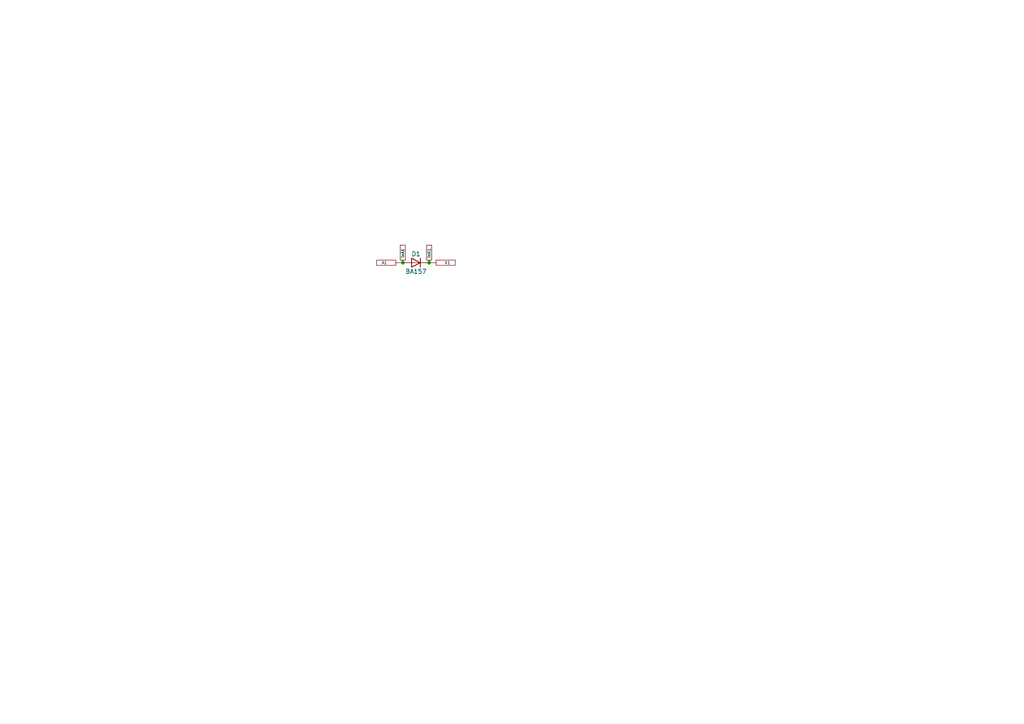
<source format=kicad_sch>
(kicad_sch (version 20230121) (generator eeschema)
  (paper "A4")
  (lib_symbols
    (symbol "Diode:BA157" (pin_numbers hide) (pin_names hide)
      (property "Reference" "D" (at 0 2.54 0))
      (property "Value" "BA157" (at 0 -2.54 0))
      (symbol "BA157_0_1"
        (polyline (pts (xy -1.27 1.27) (xy -1.27 -1.27)) (stroke (width 0.254)))
        (polyline (pts (xy 1.27 0) (xy -1.27 0)))
        (polyline (pts (xy 1.27 1.27) (xy 1.27 -1.27) (xy -1.27 0) (xy 1.27 1.27)) (stroke (width 0.254)))
      )
      (symbol "BA157_1_1"
        (pin passive line (at -3.81 0 0) (length 2.54) (name "K") (number "1"))
        (pin passive line (at 3.81 0 180) (length 2.54) (name "A") (number "2"))
      )
    )
    (symbol "Tests:InPin" (pin_numbers hide) (pin_names hide)
      (property "Reference" "InPin" (at 2.794 0 0))
      (symbol "InPin_0_1"
        (rectangle (start 0.762 0.762) (end 5.08 -0.762))
      )
      (symbol "InPin_1_1"
        (pin input line (at 0 0 0) (length 0.75) (name "In") (number "1"))
      )
    )
    (symbol "Tests:OutPin" (pin_numbers hide) (pin_names hide)
      (property "Reference" "OutPin" (at -4.064 0 0))
      (symbol "OutPin_0_1"
        (rectangle (start -6.35 0.762) (end -0.762 -0.762))
      )
      (symbol "OutPin_1_1"
        (pin output line (at 0 0 180) (length 0.75) (name "Out") (number "1"))
      )
    )
  )
  (junction (at 124.46 76.2))
  (junction (at 116.84 76.2))
  (wire (pts (xy 125.73 76.2) (xy 124.46 76.2)))
  (wire (pts (xy 115.57 76.2) (xy 116.84 76.2)))
  (symbol (lib_id "Tests:OutPin") (at 125.73 76.2 0) (mirror y) (unit 1)
    (property "Reference" "K1" (at 129.794 76.2 0) (effects (font (size 0.8 0.8))))
    (property "Value" "OutPin" (effects hide))
  )
  (symbol (lib_id "Diode:BA157") (at 120.65 76.2 0) (mirror y) (unit 1)
    (property "Reference" "D1" (at 120.65 73.66 0))
    (property "Value" "BA157" (at 120.65 78.74 0))
    (property "Footprint" "Diode_THT:D_DO-41_SOD81_P10.16mm_Horizontal" (effects hide))
    (property "Datasheet" "https://www.vishay.com/docs/88536/ba157.pdf" (effects hide))
    (property "Sim.Device" "D" (effects hide))
    (property "Sim.Pins" "1=K 2=A" (effects hide))
  )
  (symbol (lib_id "Tests:InPin") (at 116.84 76.2 90) (unit 1)
    (property "Reference" "inA1" (at 116.84 73.406 0) (effects (font (size 0.8 0.8))))
    (property "Value" "InPin" (effects hide))
  )
  (symbol (lib_id "Tests:OutPin") (at 115.57 76.2 0) (unit 1)
    (property "Reference" "A1" (at 111.506 76.2 0) (effects (font (size 0.8 0.8))))
    (property "Value" "OutPin" (effects hide))
  )
  (symbol (lib_id "Tests:InPin") (at 124.46 76.2 90) (unit 1)
    (property "Reference" "inK1" (at 124.46 73.406 0) (effects (font (size 0.8 0.8))))
    (property "Value" "InPin" (effects hide))
  )
)
</source>
